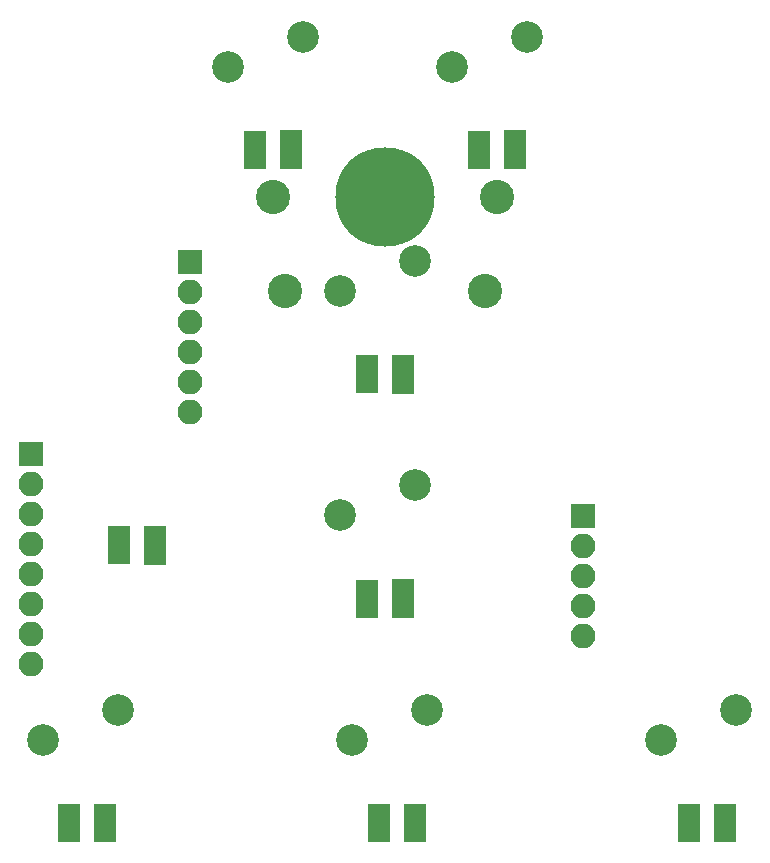
<source format=gts>
G04 #@! TF.FileFunction,Soldermask,Top*
%FSLAX46Y46*%
G04 Gerber Fmt 4.6, Leading zero omitted, Abs format (unit mm)*
G04 Created by KiCad (PCBNEW 4.0.5) date Sun Feb 26 14:27:26 2017*
%MOMM*%
%LPD*%
G01*
G04 APERTURE LIST*
%ADD10C,0.100000*%
%ADD11R,2.100000X2.100000*%
%ADD12O,2.100000X2.100000*%
%ADD13R,1.850000X1.000000*%
%ADD14R,1.850000X3.300000*%
%ADD15R,1.850000X1.200000*%
%ADD16C,2.686000*%
%ADD17C,2.900000*%
%ADD18C,8.400000*%
G04 APERTURE END LIST*
D10*
D11*
X108000000Y-73250000D03*
D12*
X108000000Y-75790000D03*
X108000000Y-78330000D03*
X108000000Y-80870000D03*
X108000000Y-83410000D03*
X108000000Y-85950000D03*
X108000000Y-88490000D03*
X108000000Y-91030000D03*
D11*
X121500000Y-57000000D03*
D12*
X121500000Y-59540000D03*
X121500000Y-62080000D03*
X121500000Y-64620000D03*
X121500000Y-67160000D03*
X121500000Y-69700000D03*
D13*
X118525000Y-81000000D03*
D14*
X115475000Y-81000000D03*
D15*
X118525000Y-82050000D03*
X118525000Y-79950000D03*
D13*
X166775000Y-104500000D03*
D14*
X163725000Y-104500000D03*
D15*
X166775000Y-105550000D03*
X166775000Y-103450000D03*
D13*
X140525000Y-104500000D03*
D14*
X137475000Y-104500000D03*
D15*
X140525000Y-105550000D03*
X140525000Y-103450000D03*
D13*
X114275000Y-104500000D03*
D14*
X111225000Y-104500000D03*
D15*
X114275000Y-105550000D03*
X114275000Y-103450000D03*
D13*
X139525000Y-85500000D03*
D14*
X136475000Y-85500000D03*
D15*
X139525000Y-86550000D03*
X139525000Y-84450000D03*
D13*
X139525000Y-66500000D03*
D14*
X136475000Y-66500000D03*
D15*
X139525000Y-67550000D03*
X139525000Y-65450000D03*
D13*
X149025000Y-47500000D03*
D14*
X145975000Y-47500000D03*
D15*
X149025000Y-48550000D03*
X149025000Y-46450000D03*
D13*
X130025000Y-47500000D03*
D14*
X126975000Y-47500000D03*
D15*
X130025000Y-48550000D03*
X130025000Y-46450000D03*
D11*
X154750000Y-78500000D03*
D12*
X154750000Y-81040000D03*
X154750000Y-83580000D03*
X154750000Y-86120000D03*
X154750000Y-88660000D03*
D16*
X140540000Y-56920000D03*
X134190000Y-59460000D03*
X150040000Y-37920000D03*
X143690000Y-40460000D03*
X131040000Y-37920000D03*
X124690000Y-40460000D03*
X141540000Y-94920000D03*
X135190000Y-97460000D03*
X167690000Y-94920000D03*
X161340000Y-97460000D03*
X115390000Y-94920000D03*
X109040000Y-97460000D03*
X140540000Y-75920000D03*
X134190000Y-78460000D03*
D17*
X129500000Y-59500000D03*
X146500000Y-59500000D03*
X147500000Y-51500000D03*
D18*
X138000000Y-51500000D03*
D17*
X128500000Y-51500000D03*
M02*

</source>
